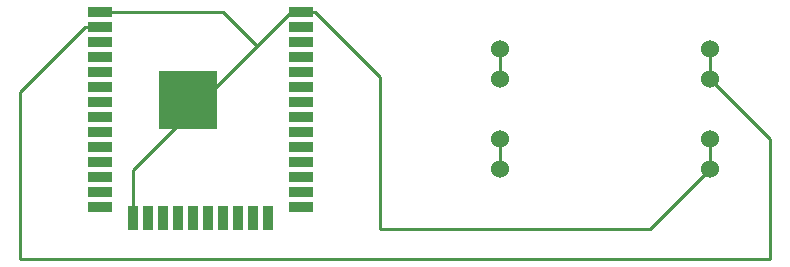
<source format=gbr>
%TF.GenerationSoftware,KiCad,Pcbnew,(6.0.5-0)*%
%TF.CreationDate,2022-06-13T22:41:19-05:00*%
%TF.ProjectId,ESP32,45535033-322e-46b6-9963-61645f706362,rev?*%
%TF.SameCoordinates,Original*%
%TF.FileFunction,Copper,L1,Top*%
%TF.FilePolarity,Positive*%
%FSLAX46Y46*%
G04 Gerber Fmt 4.6, Leading zero omitted, Abs format (unit mm)*
G04 Created by KiCad (PCBNEW (6.0.5-0)) date 2022-06-13 22:41:19*
%MOMM*%
%LPD*%
G01*
G04 APERTURE LIST*
%TA.AperFunction,ComponentPad*%
%ADD10C,1.524000*%
%TD*%
%TA.AperFunction,SMDPad,CuDef*%
%ADD11R,2.000000X0.900000*%
%TD*%
%TA.AperFunction,SMDPad,CuDef*%
%ADD12R,0.900000X2.000000*%
%TD*%
%TA.AperFunction,SMDPad,CuDef*%
%ADD13R,5.000000X5.000000*%
%TD*%
%TA.AperFunction,Conductor*%
%ADD14C,0.250000*%
%TD*%
G04 APERTURE END LIST*
D10*
%TO.P,U2,1,IN+*%
%TO.N,unconnected-(U2-Pad1)*%
X167640000Y-109220000D03*
X167640000Y-111760000D03*
%TO.P,U2,2,IN-*%
%TO.N,unconnected-(U2-Pad2)*%
X167640000Y-119380000D03*
X167640000Y-116840000D03*
%TO.P,U2,3,5v*%
%TO.N,Net-(U1-Pad2)*%
X185420000Y-109220000D03*
X185420000Y-111760000D03*
%TO.P,U2,4,5v-*%
%TO.N,Net-(U1-Pad1)*%
X185420000Y-119380000D03*
X185420000Y-116840000D03*
%TD*%
D11*
%TO.P,U1,1,GND*%
%TO.N,Net-(U1-Pad1)*%
X133740000Y-106045000D03*
%TO.P,U1,2,VDD*%
%TO.N,Net-(U1-Pad2)*%
X133740000Y-107315000D03*
%TO.P,U1,3,EN*%
%TO.N,unconnected-(U1-Pad3)*%
X133740000Y-108585000D03*
%TO.P,U1,4,SENSOR_VP*%
%TO.N,unconnected-(U1-Pad4)*%
X133740000Y-109855000D03*
%TO.P,U1,5,SENSOR_VN*%
%TO.N,unconnected-(U1-Pad5)*%
X133740000Y-111125000D03*
%TO.P,U1,6,IO34*%
%TO.N,unconnected-(U1-Pad6)*%
X133740000Y-112395000D03*
%TO.P,U1,7,IO35*%
%TO.N,unconnected-(U1-Pad7)*%
X133740000Y-113665000D03*
%TO.P,U1,8,IO32*%
%TO.N,unconnected-(U1-Pad8)*%
X133740000Y-114935000D03*
%TO.P,U1,9,IO33*%
%TO.N,unconnected-(U1-Pad9)*%
X133740000Y-116205000D03*
%TO.P,U1,10,IO25*%
%TO.N,unconnected-(U1-Pad10)*%
X133740000Y-117475000D03*
%TO.P,U1,11,IO26*%
%TO.N,Net-(R1-Pad1)*%
X133740000Y-118745000D03*
%TO.P,U1,12,IO27*%
%TO.N,unconnected-(U1-Pad12)*%
X133740000Y-120015000D03*
%TO.P,U1,13,IO14*%
%TO.N,unconnected-(U1-Pad13)*%
X133740000Y-121285000D03*
%TO.P,U1,14,IO12*%
%TO.N,unconnected-(U1-Pad14)*%
X133740000Y-122555000D03*
D12*
%TO.P,U1,15,GND*%
%TO.N,Net-(U1-Pad1)*%
X136525000Y-123555000D03*
%TO.P,U1,16,IO13*%
%TO.N,unconnected-(U1-Pad16)*%
X137795000Y-123555000D03*
%TO.P,U1,17,SHD/SD2*%
%TO.N,unconnected-(U1-Pad17)*%
X139065000Y-123555000D03*
%TO.P,U1,18,SWP/SD3*%
%TO.N,unconnected-(U1-Pad18)*%
X140335000Y-123555000D03*
%TO.P,U1,19,SCS/CMD*%
%TO.N,unconnected-(U1-Pad19)*%
X141605000Y-123555000D03*
%TO.P,U1,20,SCK/CLK*%
%TO.N,unconnected-(U1-Pad20)*%
X142875000Y-123555000D03*
%TO.P,U1,21,SDO/SD0*%
%TO.N,unconnected-(U1-Pad21)*%
X144145000Y-123555000D03*
%TO.P,U1,22,SDI/SD1*%
%TO.N,unconnected-(U1-Pad22)*%
X145415000Y-123555000D03*
%TO.P,U1,23,IO15*%
%TO.N,unconnected-(U1-Pad23)*%
X146685000Y-123555000D03*
%TO.P,U1,24,IO2*%
%TO.N,unconnected-(U1-Pad24)*%
X147955000Y-123555000D03*
D11*
%TO.P,U1,25,IO0*%
%TO.N,unconnected-(U1-Pad25)*%
X150740000Y-122555000D03*
%TO.P,U1,26,IO4*%
%TO.N,unconnected-(U1-Pad26)*%
X150740000Y-121285000D03*
%TO.P,U1,27,IO16*%
%TO.N,unconnected-(U1-Pad27)*%
X150740000Y-120015000D03*
%TO.P,U1,28,IO17*%
%TO.N,unconnected-(U1-Pad28)*%
X150740000Y-118745000D03*
%TO.P,U1,29,IO5*%
%TO.N,unconnected-(U1-Pad29)*%
X150740000Y-117475000D03*
%TO.P,U1,30,IO18*%
%TO.N,unconnected-(U1-Pad30)*%
X150740000Y-116205000D03*
%TO.P,U1,31,IO19*%
%TO.N,unconnected-(U1-Pad31)*%
X150740000Y-114935000D03*
%TO.P,U1,32,NC*%
%TO.N,unconnected-(U1-Pad32)*%
X150740000Y-113665000D03*
%TO.P,U1,33,IO21*%
%TO.N,unconnected-(U1-Pad33)*%
X150740000Y-112395000D03*
%TO.P,U1,34,RXD0/IO3*%
%TO.N,unconnected-(U1-Pad34)*%
X150740000Y-111125000D03*
%TO.P,U1,35,TXD0/IO1*%
%TO.N,unconnected-(U1-Pad35)*%
X150740000Y-109855000D03*
%TO.P,U1,36,IO22*%
%TO.N,unconnected-(U1-Pad36)*%
X150740000Y-108585000D03*
%TO.P,U1,37,IO23*%
%TO.N,unconnected-(U1-Pad37)*%
X150740000Y-107315000D03*
%TO.P,U1,38,GND*%
%TO.N,Net-(U1-Pad1)*%
X150740000Y-106045000D03*
D13*
%TO.P,U1,39,GND*%
X141240000Y-113545000D03*
%TD*%
D14*
%TO.N,Net-(U1-Pad2)*%
X127000000Y-127000000D02*
X190500000Y-127000000D01*
X132490000Y-107315000D02*
X127000000Y-112805000D01*
X127000000Y-112805000D02*
X127000000Y-127000000D01*
X133740000Y-107315000D02*
X132490000Y-107315000D01*
X190500000Y-127000000D02*
X190500000Y-116840000D01*
X190500000Y-116840000D02*
X185420000Y-111760000D01*
%TO.N,Net-(U1-Pad1)*%
X136525000Y-119430978D02*
X147027989Y-108927989D01*
X147027989Y-108927989D02*
X149910978Y-106045000D01*
X133740000Y-106045000D02*
X144145000Y-106045000D01*
X144145000Y-106045000D02*
X147027989Y-108927989D01*
X136525000Y-123555000D02*
X136525000Y-119430978D01*
X149910978Y-106045000D02*
X150740000Y-106045000D01*
X180340000Y-124460000D02*
X185420000Y-119380000D01*
X157480000Y-124460000D02*
X180340000Y-124460000D01*
X150740000Y-106045000D02*
X151990000Y-106045000D01*
X151990000Y-106045000D02*
X157480000Y-111535000D01*
X157480000Y-111535000D02*
X157480000Y-124460000D01*
X185420000Y-119380000D02*
X185420000Y-116840000D01*
%TO.N,unconnected-(U2-Pad1)*%
X167640000Y-109220000D02*
X167640000Y-111760000D01*
%TO.N,unconnected-(U2-Pad2)*%
X167640000Y-116840000D02*
X167640000Y-119380000D01*
%TO.N,Net-(U1-Pad2)*%
X185420000Y-109220000D02*
X185420000Y-111760000D01*
%TD*%
M02*

</source>
